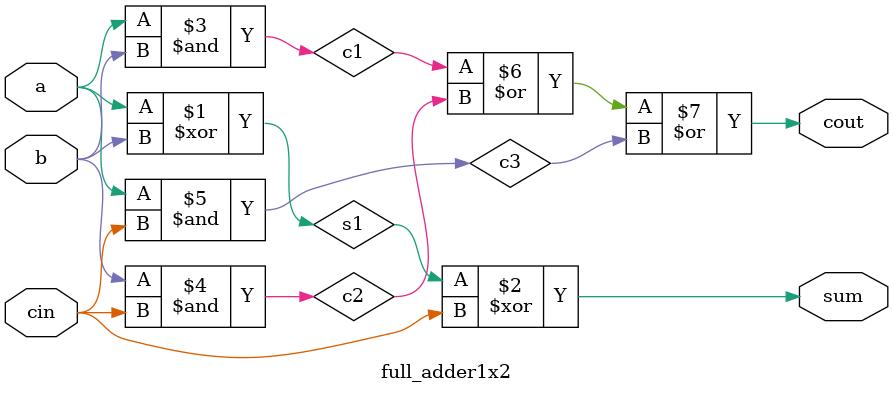
<source format=v>
module full_adder1x2(a,b,cin,sum,cout);
    input a,b,cin;
    output sum,cout;
    wire s1,c1,c2,c3;
    xor t1(s1,a,b);
    xor t2(sum,s1,cin);
    and t3(c1,a,b);
    and t4(c2,b,cin);
    and t5(c3,a,cin);
    or t6(cout,c1,c2,c3);
endmodule
</source>
